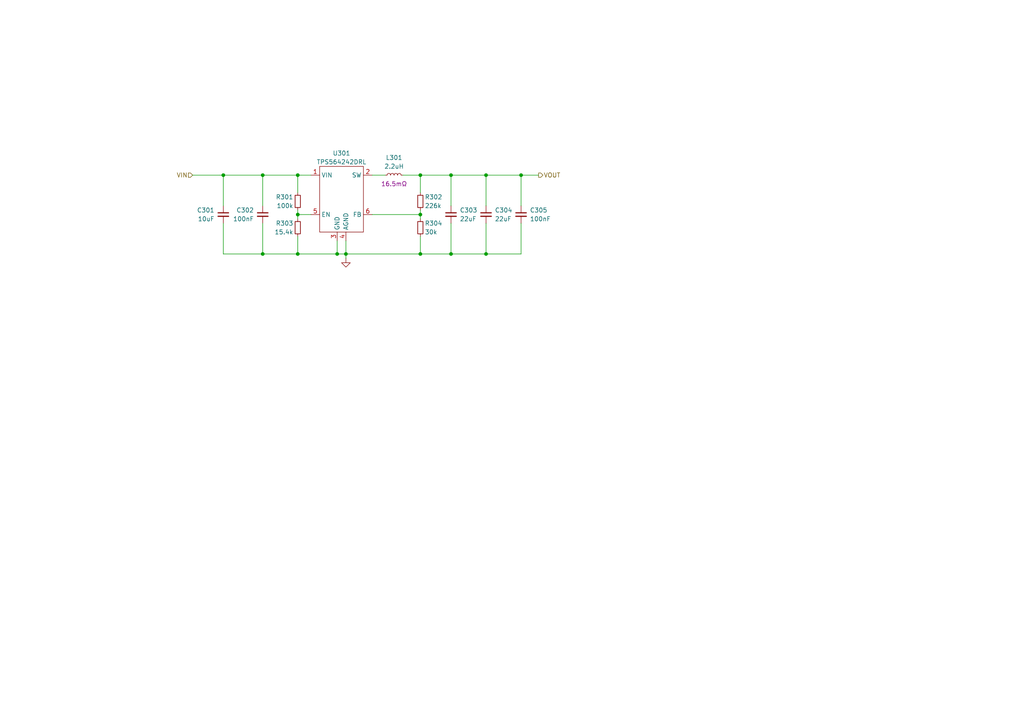
<source format=kicad_sch>
(kicad_sch (version 20230121) (generator eeschema)
  (paper "A4")
  (title_block (title "Buck Converter") (date "2023-07-10") (rev "A") (company "Butler's Lab") (comment 1 "Design By: Joshua Butler, MD, MHI"))
  (lib_symbols
    (symbol "Device:C_Small" (pin_numbers hide) (pin_names (offset 0.254) hide)
      (property "Reference" "C" (at 0.254 1.778 0))
      (property "Value" "C_Small" (at 0.254 -2.032 0))
      (symbol "C_Small_0_1"
        (polyline (pts (xy -1.524 -0.508) (xy 1.524 -0.508)) (stroke (width 0.3302)))
        (polyline (pts (xy -1.524 0.508) (xy 1.524 0.508)) (stroke (width 0.3048)))
      )
      (symbol "C_Small_1_1"
        (pin passive line (at 0 2.54 270) (length 2.032) (name "~") (number "1"))
        (pin passive line (at 0 -2.54 90) (length 2.032) (name "~") (number "2"))
      )
    )
    (symbol "Device:L_Small" (pin_numbers hide) (pin_names (offset 0.254) hide)
      (property "Reference" "L" (at 0.762 1.016 0))
      (property "Value" "L_Small" (at 0.762 -1.016 0))
      (symbol "L_Small_0_1"
        (arc (start 0 -2.032) (mid 0.5058 -1.524) (end 0 -1.016))
        (arc (start 0 -1.016) (mid 0.5058 -0.508) (end 0 0))
        (arc (start 0 0) (mid 0.5058 0.508) (end 0 1.016))
        (arc (start 0 1.016) (mid 0.5058 1.524) (end 0 2.032))
      )
      (symbol "L_Small_1_1"
        (pin passive line (at 0 2.54 270) (length 0.508) (name "~") (number "1"))
        (pin passive line (at 0 -2.54 90) (length 0.508) (name "~") (number "2"))
      )
    )
    (symbol "Device:R_Small" (pin_numbers hide) (pin_names (offset 0.254) hide)
      (property "Reference" "R" (at 0.762 0.508 0))
      (property "Value" "R_Small" (at 0.762 -1.016 0))
      (symbol "R_Small_0_1"
        (rectangle (start -0.762 1.778) (end 0.762 -1.778) (stroke (width 0.2032)))
      )
      (symbol "R_Small_1_1"
        (pin passive line (at 0 2.54 270) (length 0.762) (name "~") (number "1"))
        (pin passive line (at 0 -2.54 90) (length 0.762) (name "~") (number "2"))
      )
    )
    (symbol "User Symbols:TPS564242DRL"
      (property "Reference" "U" (at -6.35 12.7 0))
      (property "Value" "TPS564242DRL" (at 0 10.16 0))
      (symbol "TPS564242DRL_0_1"
        (rectangle (start -6.35 8.89) (end 6.35 -10.16))
      )
      (symbol "TPS564242DRL_1_1"
        (pin power_in line (at -8.89 6.35 0) (length 2.54) (name "VIN") (number "1"))
        (pin power_out line (at 8.89 6.35 180) (length 2.54) (name "SW") (number "2"))
        (pin power_in line (at -1.27 -12.7 90) (length 2.54) (name "GND") (number "3"))
        (pin power_in line (at 1.27 -12.7 90) (length 2.54) (name "AGND") (number "4"))
        (pin input line (at -8.89 -5.08 0) (length 2.54) (name "EN") (number "5"))
        (pin input line (at 8.89 -5.08 180) (length 2.54) (name "FB") (number "6"))
      )
    )
    (symbol "power:GND" (power) (pin_names (offset 0))
      (property "Value" "GND" (at 0 -3.81 0))
      (symbol "GND_0_1"
        (polyline (pts (xy 0 0) (xy 0 -1.27) (xy 1.27 -1.27) (xy 0 -2.54) (xy -1.27 -1.27) (xy 0 -1.27)))
      )
      (symbol "GND_1_1"
        (pin power_in line (at 0 0 270) (length 0) hide (name "GND") (number "1"))
      )
    )
  )
  (junction (at 64.77 50.8))
  (junction (at 86.36 50.8))
  (junction (at 76.2 50.8))
  (junction (at 100.33 73.66))
  (junction (at 76.2 73.66))
  (junction (at 130.81 50.8))
  (junction (at 121.92 62.23))
  (junction (at 151.13 50.8))
  (junction (at 130.81 73.66))
  (junction (at 121.92 73.66))
  (junction (at 97.79 73.66))
  (junction (at 86.36 62.23))
  (junction (at 140.97 50.8))
  (junction (at 86.36 73.66))
  (junction (at 121.92 50.8))
  (junction (at 140.97 73.66))
  (wire (pts (xy 64.77 73.66) (xy 76.2 73.66)))
  (wire (pts (xy 140.97 50.8) (xy 151.13 50.8)))
  (wire (pts (xy 121.92 68.58) (xy 121.92 73.66)))
  (wire (pts (xy 64.77 50.8) (xy 64.77 59.69)))
  (wire (pts (xy 121.92 50.8) (xy 130.81 50.8)))
  (wire (pts (xy 97.79 69.85) (xy 97.79 73.66)))
  (wire (pts (xy 86.36 62.23) (xy 86.36 60.96)))
  (wire (pts (xy 100.33 69.85) (xy 100.33 73.66)))
  (wire (pts (xy 151.13 73.66) (xy 140.97 73.66)))
  (wire (pts (xy 130.81 50.8) (xy 140.97 50.8)))
  (wire (pts (xy 151.13 50.8) (xy 156.21 50.8)))
  (wire (pts (xy 86.36 68.58) (xy 86.36 73.66)))
  (wire (pts (xy 64.77 64.77) (xy 64.77 73.66)))
  (wire (pts (xy 121.92 62.23) (xy 121.92 63.5)))
  (wire (pts (xy 76.2 73.66) (xy 86.36 73.66)))
  (wire (pts (xy 86.36 50.8) (xy 90.17 50.8)))
  (wire (pts (xy 151.13 50.8) (xy 151.13 59.69)))
  (wire (pts (xy 86.36 73.66) (xy 97.79 73.66)))
  (wire (pts (xy 130.81 64.77) (xy 130.81 73.66)))
  (wire (pts (xy 76.2 64.77) (xy 76.2 73.66)))
  (wire (pts (xy 140.97 50.8) (xy 140.97 59.69)))
  (wire (pts (xy 130.81 73.66) (xy 121.92 73.66)))
  (wire (pts (xy 140.97 64.77) (xy 140.97 73.66)))
  (wire (pts (xy 97.79 73.66) (xy 100.33 73.66)))
  (wire (pts (xy 121.92 60.96) (xy 121.92 62.23)))
  (wire (pts (xy 100.33 74.93) (xy 100.33 73.66)))
  (wire (pts (xy 107.95 62.23) (xy 121.92 62.23)))
  (wire (pts (xy 86.36 50.8) (xy 86.36 55.88)))
  (wire (pts (xy 121.92 73.66) (xy 100.33 73.66)))
  (wire (pts (xy 130.81 50.8) (xy 130.81 59.69)))
  (wire (pts (xy 86.36 62.23) (xy 86.36 63.5)))
  (wire (pts (xy 116.84 50.8) (xy 121.92 50.8)))
  (wire (pts (xy 76.2 50.8) (xy 76.2 59.69)))
  (wire (pts (xy 121.92 50.8) (xy 121.92 55.88)))
  (wire (pts (xy 76.2 50.8) (xy 86.36 50.8)))
  (wire (pts (xy 151.13 64.77) (xy 151.13 73.66)))
  (wire (pts (xy 140.97 73.66) (xy 130.81 73.66)))
  (wire (pts (xy 55.88 50.8) (xy 64.77 50.8)))
  (wire (pts (xy 90.17 62.23) (xy 86.36 62.23)))
  (wire (pts (xy 107.95 50.8) (xy 111.76 50.8)))
  (wire (pts (xy 64.77 50.8) (xy 76.2 50.8)))
  (hierarchical_label "VOUT" (shape output) (at 156.21 50.8 0))
  (hierarchical_label "VIN" (shape input) (at 55.88 50.8 180))
  (symbol (lib_id "Device:R_Small") (at 86.36 58.42 0) (mirror y) (unit 1)
    (property "Reference" "R301" (at 85.09 57.15 0) (effects (justify left)))
    (property "Value" "100k" (at 85.09 59.69 0) (effects (justify left)))
    (property "Footprint" "Resistor_SMD:R_0603_1608Metric" (effects hide))
    (property "LCSC" "C25803" (effects hide))
  )
  (symbol (lib_id "User Symbols:TPS564242DRL") (at 99.06 57.15 0) (unit 1)
    (property "Reference" "U301" (at 99.06 44.45 0))
    (property "Value" "TPS564242DRL" (at 99.06 46.99 0))
    (property "Footprint" "Package_TO_SOT_SMD:SOT-563" (effects hide))
    (property "Datasheet" "https://www.ti.com/lit/ds/symlink/tps564242.pdf?ts=1689015120105" (effects hide))
    (property "LCSC" "C5219267" (effects hide))
  )
  (symbol (lib_id "Device:R_Small") (at 86.36 66.04 0) (mirror y) (unit 1)
    (property "Reference" "R303" (at 85.09 64.77 0) (effects (justify left)))
    (property "Value" "15.4k" (at 85.09 67.31 0) (effects (justify left)))
    (property "Footprint" "Resistor_SMD:R_0603_1608Metric" (effects hide))
    (property "LCSC" "C2933150" (effects hide))
  )
  (symbol (lib_id "Device:R_Small") (at 121.92 66.04 0) (unit 1)
    (property "Reference" "R304" (at 123.19 64.77 0) (effects (justify left)))
    (property "Value" "30k" (at 123.19 67.31 0) (effects (justify left)))
    (property "Footprint" "Resistor_SMD:R_0603_1608Metric" (effects hide))
    (property "LCSC" "C22984" (effects hide))
  )
  (symbol (lib_id "Device:C_Small") (at 130.81 62.23 0) (unit 1)
    (property "Reference" "C303" (at 133.35 60.9663 0) (effects (justify left)))
    (property "Value" "22uF" (at 133.35 63.5063 0) (effects (justify left)))
    (property "Footprint" "Capacitor_SMD:C_0805_2012Metric" (effects hide))
    (property "LCSC" "C45783" (effects hide))
  )
  (symbol (lib_id "Device:C_Small") (at 64.77 62.23 0) (mirror y) (unit 1)
    (property "Reference" "C301" (at 62.23 60.9663 0) (effects (justify left)))
    (property "Value" "10uF" (at 62.23 63.5063 0) (effects (justify left)))
    (property "Footprint" "Capacitor_SMD:C_0603_1608Metric" (effects hide))
    (property "LCSC" "C96446" (effects hide))
  )
  (symbol (lib_id "Device:C_Small") (at 140.97 62.23 0) (unit 1)
    (property "Reference" "C304" (at 143.51 60.9663 0) (effects (justify left)))
    (property "Value" "22uF" (at 143.51 63.5063 0) (effects (justify left)))
    (property "Footprint" "Capacitor_SMD:C_0805_2012Metric" (effects hide))
    (property "LCSC" "C45783" (effects hide))
  )
  (symbol (lib_id "Device:C_Small") (at 76.2 62.23 0) (mirror y) (unit 1)
    (property "Reference" "C302" (at 73.66 60.9663 0) (effects (justify left)))
    (property "Value" "100nF" (at 73.66 63.5063 0) (effects (justify left)))
    (property "Footprint" "Capacitor_SMD:C_0603_1608Metric" (effects hide))
    (property "LCSC" "C14663" (effects hide))
  )
  (symbol (lib_id "power:GND") (at 100.33 74.93 0) (unit 1)
    (property "Reference" "#PWR02" (effects hide))
    (property "Value" "GND" (effects hide))
  )
  (symbol (lib_id "Device:L_Small") (at 114.3 50.8 90) (unit 1)
    (property "Reference" "L301" (at 114.3 45.72 90))
    (property "Value" "2.2uH" (at 114.3 48.26 90))
    (property "Footprint" "User_Footprint:L_TDK_SPM6530" (effects hide))
    (property "LCSC" "C76856" (effects hide))
    (property "Note" "16.5mΩ" (at 114.3 53.34 90))
  )
  (symbol (lib_id "Device:C_Small") (at 151.13 62.23 0) (unit 1)
    (property "Reference" "C305" (at 153.67 60.9663 0) (effects (justify left)))
    (property "Value" "100nF" (at 153.67 63.5063 0) (effects (justify left)))
    (property "Footprint" "Capacitor_SMD:C_0603_1608Metric" (effects hide))
    (property "LCSC" "C14663" (effects hide))
  )
  (symbol (lib_id "Device:R_Small") (at 121.92 58.42 0) (unit 1)
    (property "Reference" "R302" (at 123.19 57.15 0) (effects (justify left)))
    (property "Value" "226k" (at 123.19 59.69 0) (effects (justify left)))
    (property "Footprint" "Resistor_SMD:R_0603_1608Metric" (effects hide))
    (property "LCSC" "C227714" (effects hide))
  )
)
</source>
